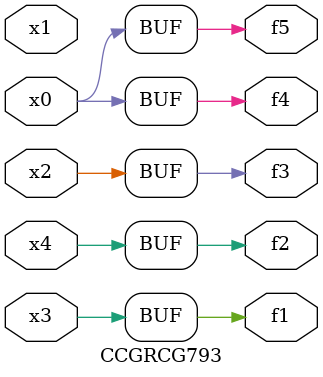
<source format=v>
module CCGRCG793(
	input x0, x1, x2, x3, x4,
	output f1, f2, f3, f4, f5
);
	assign f1 = x3;
	assign f2 = x4;
	assign f3 = x2;
	assign f4 = x0;
	assign f5 = x0;
endmodule

</source>
